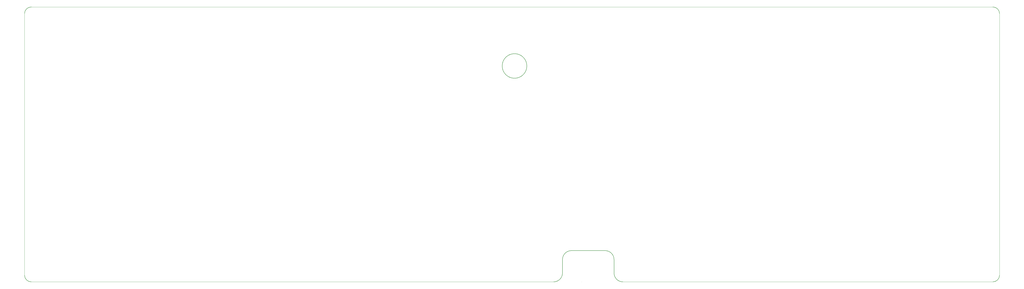
<source format=gbr>
%TF.GenerationSoftware,KiCad,Pcbnew,(6.99.0-5337-gc57e6db79a-dirty)*%
%TF.CreationDate,2023-02-22T22:35:33-05:00*%
%TF.ProjectId,necpc8801typea,6e656370-6338-4383-9031-74797065612e,rev?*%
%TF.SameCoordinates,Original*%
%TF.FileFunction,Profile,NP*%
%FSLAX46Y46*%
G04 Gerber Fmt 4.6, Leading zero omitted, Abs format (unit mm)*
G04 Created by KiCad (PCBNEW (6.99.0-5337-gc57e6db79a-dirty)) date 2023-02-22 22:35:33*
%MOMM*%
%LPD*%
G01*
G04 APERTURE LIST*
%TA.AperFunction,Profile*%
%ADD10C,0.150000*%
%TD*%
%TA.AperFunction,Profile*%
%ADD11C,0.050000*%
%TD*%
%TA.AperFunction,Profile*%
%ADD12C,0.200000*%
%TD*%
G04 APERTURE END LIST*
D10*
X434000000Y-131000000D02*
G75*
G03*
X437000000Y-128000000I0J3000000D01*
G01*
X2000000Y-128000000D02*
G75*
G03*
X5000000Y-131000000I3000000J0D01*
G01*
D11*
X5000000Y-131000000D02*
X238000000Y-131000000D01*
X437000000Y-128000000D02*
X437000000Y-11000000D01*
X2000000Y-11000000D02*
X2000000Y-128000000D01*
X434000000Y-8000000D02*
X5000000Y-8000000D01*
D12*
X238000000Y-131000000D02*
G75*
G03*
X242000000Y-127000000I0J4000000D01*
G01*
X265000000Y-121000000D02*
G75*
G03*
X261000000Y-117000000I-4000000J0D01*
G01*
X242000000Y-127000000D02*
X242000000Y-121000000D01*
D10*
X5000000Y-8000001D02*
G75*
G03*
X2000001Y-11000000I-16670J-2983329D01*
G01*
D12*
X265000000Y-121000000D02*
X265000000Y-127000000D01*
D10*
X437000000Y-11000000D02*
G75*
G03*
X434000000Y-8000000I-3000000J0D01*
G01*
D12*
X246000000Y-117000000D02*
G75*
G03*
X242000000Y-121000000I0J-4000000D01*
G01*
X246000000Y-117000000D02*
X261000000Y-117000000D01*
X226100990Y-34400000D02*
G75*
G03*
X226100990Y-34400000I-5500000J0D01*
G01*
D11*
X269000000Y-131000000D02*
X434000000Y-131000000D01*
D12*
X265000000Y-127000000D02*
G75*
G03*
X269000000Y-131000000I4000000J0D01*
G01*
D11*
X250550000Y-131000000D02*
X250550000Y-131000000D01*
M02*

</source>
